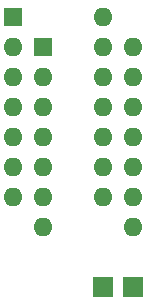
<source format=gbr>
%TF.GenerationSoftware,KiCad,Pcbnew,7.0.9*%
%TF.CreationDate,2024-04-23T20:51:24-07:00*%
%TF.ProjectId,U29-74LS02,5532392d-3734-44c5-9330-322e6b696361,rev?*%
%TF.SameCoordinates,Original*%
%TF.FileFunction,Soldermask,Top*%
%TF.FilePolarity,Negative*%
%FSLAX46Y46*%
G04 Gerber Fmt 4.6, Leading zero omitted, Abs format (unit mm)*
G04 Created by KiCad (PCBNEW 7.0.9) date 2024-04-23 20:51:24*
%MOMM*%
%LPD*%
G01*
G04 APERTURE LIST*
%ADD10R,1.700000X1.700000*%
%ADD11O,1.600000X1.600000*%
%ADD12R,1.600000X1.600000*%
G04 APERTURE END LIST*
D10*
%TO.C,J1*%
X160020000Y-109220000D03*
X162560000Y-109220000D03*
%TD*%
D11*
%TO.C,U29*%
X160020000Y-86360000D03*
X160020000Y-88900000D03*
X160020000Y-91440000D03*
X160020000Y-93980000D03*
X160020000Y-96520000D03*
X160020000Y-99060000D03*
X160020000Y-101600000D03*
X152400000Y-101600000D03*
X152400000Y-99060000D03*
X152400000Y-96520000D03*
X152400000Y-93980000D03*
X152400000Y-91440000D03*
X152400000Y-88900000D03*
D12*
X152400000Y-86360000D03*
%TD*%
D11*
%TO.C,SOCKET_74LS1*%
X162560000Y-88900000D03*
X162560000Y-91440000D03*
X162560000Y-93980000D03*
X162560000Y-96520000D03*
X162560000Y-99060000D03*
X162560000Y-101600000D03*
X162560000Y-104140000D03*
X154940000Y-104140000D03*
X154940000Y-101600000D03*
X154940000Y-99060000D03*
X154940000Y-96520000D03*
X154940000Y-93980000D03*
X154940000Y-91440000D03*
D12*
X154940000Y-88900000D03*
%TD*%
M02*

</source>
